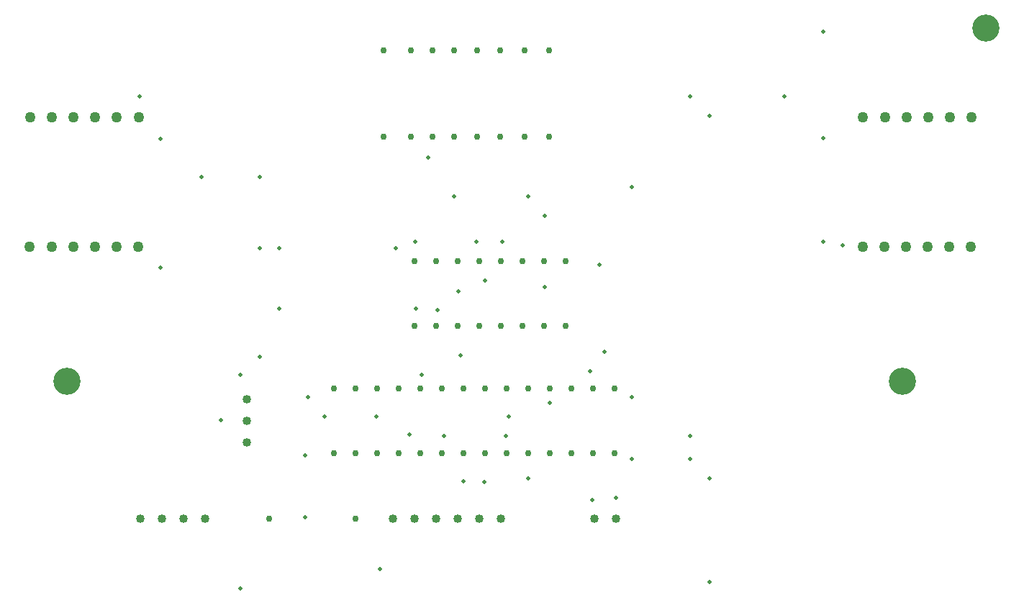
<source format=gbr>
G04 PROTEUS GERBER X2 FILE*
%TF.GenerationSoftware,Labcenter,Proteus,8.9-SP0-Build27865*%
%TF.CreationDate,2021-05-25T18:16:11+00:00*%
%TF.FileFunction,Plated,1,2,PTH*%
%TF.FilePolarity,Positive*%
%TF.Part,Single*%
%TF.SameCoordinates,{8c929804-3c0d-4c6f-a7b4-99d41835b1df}*%
%FSLAX45Y45*%
%MOMM*%
G01*
%TA.AperFunction,ViaDrill*%
%ADD37C,0.508000*%
%TA.AperFunction,ComponentDrill*%
%ADD38C,0.762000*%
%TA.AperFunction,ComponentDrill*%
%ADD39C,1.016000*%
%TA.AperFunction,ComponentDrill*%
%ADD40C,1.270000*%
%TA.AperFunction,OtherDrill,Unknown*%
%ADD41C,3.200000*%
%TD.AperFunction*%
D37*
X-5153744Y+1510104D03*
X-3020144Y+1510104D03*
X-3020144Y+5777304D03*
X-5420444Y+2005404D03*
X-3248744Y+2005404D03*
X-3248744Y+6005904D03*
X-6487244Y+4291404D03*
X-5763344Y+4291404D03*
X-6715844Y+4215204D03*
X-8087444Y+4215204D03*
X-6411044Y+2729304D03*
X-8544644Y+2729304D03*
X-5458544Y+4291404D03*
X-1686644Y+4291404D03*
X-4963244Y+4596204D03*
X-3934544Y+4939104D03*
X-8316044Y+5053404D03*
X-8316044Y+4215204D03*
X-6334844Y+5282004D03*
X-4315544Y+4024704D03*
X-5153744Y+4824804D03*
X-6030044Y+4824804D03*
X-9725744Y+6005904D03*
X-9001844Y+5053404D03*
X-2143844Y+6005904D03*
X-6220544Y+3491304D03*
X-4429844Y+2767404D03*
X-3934544Y+2462604D03*
X-9480344Y+3986604D03*
X-9480344Y+5509404D03*
X-4963244Y+3758004D03*
X-5980344Y+3709404D03*
X-5953844Y+2957904D03*
X-4125044Y+1281504D03*
X-4260344Y+2996004D03*
X-7554044Y+2234004D03*
X-8773244Y+2195904D03*
X-7782644Y+1052904D03*
X-7782644Y+1776804D03*
X-5664844Y+3834204D03*
X-8316044Y+2939404D03*
X-4900344Y+2399404D03*
X-5668988Y+1467263D03*
X-6144344Y+2005404D03*
X-5915744Y+1472004D03*
X-6550344Y+2029404D03*
X-8087444Y+3509404D03*
X-6480344Y+3509404D03*
X-6900344Y+443304D03*
X-6944444Y+2234004D03*
X-4400344Y+1259404D03*
X-5382344Y+2234004D03*
X-7744544Y+2462604D03*
X-8544644Y+214704D03*
X-3248744Y+1738704D03*
X-3934544Y+1738704D03*
X-3020144Y+290904D03*
X-1686644Y+5510604D03*
X-1686644Y+6770000D03*
X-1458044Y+4253304D03*
D38*
X-6490344Y+3304104D03*
X-6236344Y+3304104D03*
X-5982344Y+3304104D03*
X-5728344Y+3304104D03*
X-5474344Y+3304104D03*
X-5220344Y+3304104D03*
X-4966344Y+3304104D03*
X-4712344Y+3304104D03*
X-4712344Y+4066104D03*
X-4966344Y+4066104D03*
X-5220344Y+4066104D03*
X-5474344Y+4066104D03*
X-5728344Y+4066104D03*
X-5982344Y+4066104D03*
X-6236344Y+4066104D03*
X-6490344Y+4066104D03*
X-7440344Y+1804934D03*
X-7186344Y+1804934D03*
X-6932344Y+1804934D03*
X-6678344Y+1804934D03*
X-6424344Y+1804934D03*
X-6170344Y+1804934D03*
X-5916344Y+1804934D03*
X-5662344Y+1804934D03*
X-5408344Y+1804934D03*
X-5154344Y+1804934D03*
X-4900344Y+1804934D03*
X-4646344Y+1804934D03*
X-4392344Y+1804934D03*
X-4138344Y+1804934D03*
X-4138344Y+2566934D03*
X-4392344Y+2566934D03*
X-4646344Y+2566934D03*
X-4900344Y+2566934D03*
X-5154344Y+2566934D03*
X-5408344Y+2566934D03*
X-5662344Y+2566934D03*
X-5916344Y+2566934D03*
X-6170344Y+2566934D03*
X-6424344Y+2566934D03*
X-6678344Y+2566934D03*
X-6932344Y+2566934D03*
X-7186344Y+2566934D03*
X-7438344Y+2566934D03*
D39*
X-6750344Y+1037604D03*
X-6496344Y+1037604D03*
X-6242344Y+1037604D03*
X-5988344Y+1037604D03*
X-5734344Y+1037604D03*
X-5480344Y+1037604D03*
X-8960344Y+1037604D03*
X-9214344Y+1037604D03*
X-9468344Y+1037604D03*
X-9722344Y+1037604D03*
D38*
X-6860344Y+6549104D03*
X-6860344Y+5533104D03*
X-6540344Y+6549104D03*
X-6540344Y+5533104D03*
X-6280344Y+6549104D03*
X-6280344Y+5533104D03*
X-6030344Y+6549104D03*
X-6030344Y+5533104D03*
X-5760344Y+6549104D03*
X-5760344Y+5533104D03*
X-5490344Y+6549104D03*
X-5490344Y+5533104D03*
X-5200344Y+6549104D03*
X-5200344Y+5533104D03*
X-4910344Y+6549104D03*
X-4910344Y+5533104D03*
X-7190344Y+1037604D03*
X-8206344Y+1037604D03*
D39*
X-8470344Y+2439934D03*
X-8470344Y+2185934D03*
X-8470344Y+1931934D03*
X-4380344Y+1037604D03*
X-4126344Y+1037604D03*
D40*
X-9745344Y+4234104D03*
X-10000344Y+4234104D03*
X-10255344Y+4234104D03*
X-10510344Y+4234104D03*
X-10765344Y+4234104D03*
X-11020344Y+4234104D03*
X-11015344Y+5764104D03*
X-10760344Y+5764104D03*
X-10505344Y+5764104D03*
X-10250344Y+5764104D03*
X-9995344Y+5764104D03*
X-9740344Y+5764104D03*
X+54656Y+4234104D03*
X-200344Y+4234104D03*
X-455344Y+4234104D03*
X-710344Y+4234104D03*
X-965344Y+4234104D03*
X-1220344Y+4234104D03*
X-1215344Y+5764104D03*
X-960344Y+5764104D03*
X-705344Y+5764104D03*
X-450344Y+5764104D03*
X-195344Y+5764104D03*
X+59656Y+5764104D03*
D41*
X+230000Y+6810000D03*
X-750000Y+2655000D03*
X-10580000Y+2655000D03*
M02*

</source>
